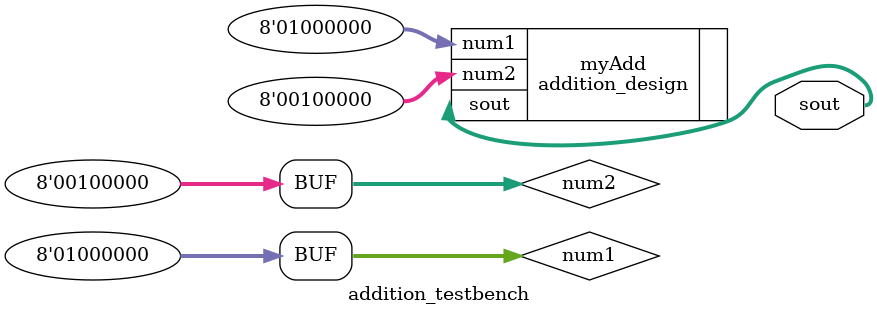
<source format=sv>
`timescale 1 ns/1 ns

module addition_testbench(sout);
	reg [7:0] num1;
	reg [7:0] num2;
	output [8:0] sout;
	
	addition_design myAdd(.num1(num1), .num2(num2), .sout(sout));
	
	initial begin
		num1 = 8'b10000000;
		num2 = 8'b00000001;
		// should be 1000 0001 with cout = 0
		#50;
		num1 = 8'b01000000;
		num2 = 8'b10000000;
		// should be 1100 0000 with cout = 0
		#50;
		num1 = 8'b10000000;
		num2 = 8'b10000000;
		// should be 0000 0000 with cout = 1
		#50;
		num1 = 8'b01000000;
		num2 = 8'b00100000;
		// should be 0110 0000 with cout = 0
		#50;
	end
	
endmodule 
</source>
